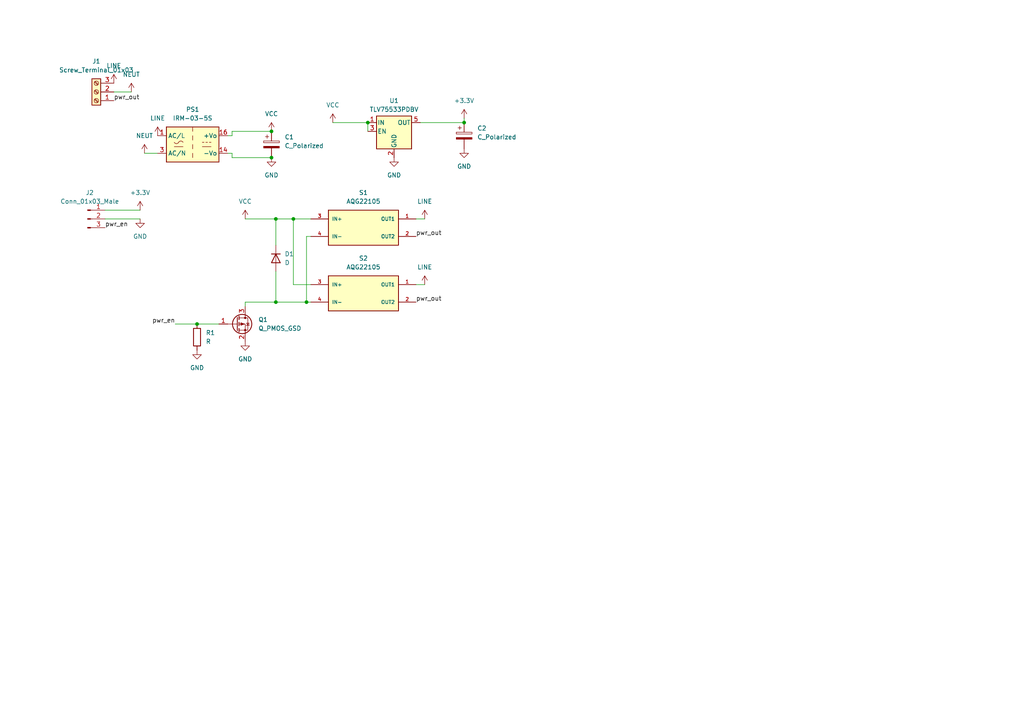
<source format=kicad_sch>
(kicad_sch (version 20231120) (generator "eeschema") (generator_version "8.0")
  (paper "A4")
  (lib_symbols
    (symbol "AQG22105:AQG22105" (pin_names (offset 1.016))
      (property "Reference" "S" (at -10.16 5.588 0))
      (property "Value" "AQG22105" (at -10.16 -7.62 0))
      (symbol "AQG22105_0_0"
        (rectangle (start -10.16 -5.08) (end 10.16 5.08) (stroke (width 0.254)) (fill (type background)))
        (pin output line (at 15.24 2.54 180) (length 5.08) (name "OUT1") (number "1"))
        (pin output line (at 15.24 -2.54 180) (length 5.08) (name "OUT2") (number "2"))
        (pin input line (at -15.24 2.54 0) (length 5.08) (name "IN+") (number "3"))
        (pin input line (at -15.24 -2.54 0) (length 5.08) (name "IN-") (number "4"))
      )
    )
    (symbol "Connector:Conn_01x03_Male" (pin_names (offset 1.016) hide)
      (property "Reference" "J" (at 0 5.08 0))
      (property "Value" "Conn_01x03_Male" (at 0 -5.08 0))
      (symbol "Conn_01x03_Male_1_1"
        (polyline (pts (xy 1.27 -2.54) (xy 0.8636 -2.54)) (stroke (width 0.1524)))
        (polyline (pts (xy 1.27 0) (xy 0.8636 0)) (stroke (width 0.1524)))
        (polyline (pts (xy 1.27 2.54) (xy 0.8636 2.54)) (stroke (width 0.1524)))
        (rectangle (start 0.8636 -2.413) (end 0 -2.667) (stroke (width 0.1524)) (fill (type outline)))
        (rectangle (start 0.8636 0.127) (end 0 -0.127) (stroke (width 0.1524)) (fill (type outline)))
        (rectangle (start 0.8636 2.667) (end 0 2.413) (stroke (width 0.1524)) (fill (type outline)))
        (pin passive line (at 5.08 2.54 180) (length 3.81) (name "Pin_1") (number "1"))
        (pin passive line (at 5.08 0 180) (length 3.81) (name "Pin_2") (number "2"))
        (pin passive line (at 5.08 -2.54 180) (length 3.81) (name "Pin_3") (number "3"))
      )
    )
    (symbol "Connector:Screw_Terminal_01x03" (pin_names (offset 1.016) hide)
      (property "Reference" "J" (at 0 5.08 0))
      (property "Value" "Screw_Terminal_01x03" (at 0 -5.08 0))
      (symbol "Screw_Terminal_01x03_1_1"
        (rectangle (start -1.27 3.81) (end 1.27 -3.81) (stroke (width 0.254)) (fill (type background)))
        (circle (center 0 -2.54) (radius 0.635) (stroke (width 0.1524)))
        (polyline (pts (xy -0.5334 -2.2098) (xy 0.3302 -3.048)) (stroke (width 0.1524)))
        (polyline (pts (xy -0.5334 0.3302) (xy 0.3302 -0.508)) (stroke (width 0.1524)))
        (polyline (pts (xy -0.5334 2.8702) (xy 0.3302 2.032)) (stroke (width 0.1524)))
        (polyline (pts (xy -0.3556 -2.032) (xy 0.508 -2.8702)) (stroke (width 0.1524)))
        (polyline (pts (xy -0.3556 0.508) (xy 0.508 -0.3302)) (stroke (width 0.1524)))
        (polyline (pts (xy -0.3556 3.048) (xy 0.508 2.2098)) (stroke (width 0.1524)))
        (circle (center 0 0) (radius 0.635) (stroke (width 0.1524)))
        (circle (center 0 2.54) (radius 0.635) (stroke (width 0.1524)))
        (pin passive line (at -5.08 2.54 0) (length 3.81) (name "Pin_1") (number "1"))
        (pin passive line (at -5.08 0 0) (length 3.81) (name "Pin_2") (number "2"))
        (pin passive line (at -5.08 -2.54 0) (length 3.81) (name "Pin_3") (number "3"))
      )
    )
    (symbol "Converter_ACDC:IRM-03-3.3S"
      (property "Reference" "PS" (at 0 6.35 0))
      (property "Value" "IRM-03-3.3S" (at 0 -6.35 0))
      (symbol "IRM-03-3.3S_0_1"
        (rectangle (start -7.62 5.08) (end 7.62 -5.08) (stroke (width 0.254)) (fill (type background)))
        (arc (start -5.334 0.635) (mid -4.699 0.2495) (end -4.064 0.635))
        (arc (start -2.794 0.635) (mid -3.429 1.0072) (end -4.064 0.635))
        (polyline (pts (xy -5.334 -0.635) (xy -2.794 -0.635)))
        (polyline (pts (xy 0 -2.54) (xy 0 -3.81)))
        (polyline (pts (xy 0 0) (xy 0 -1.27)))
        (polyline (pts (xy 0 2.54) (xy 0 1.27)))
        (polyline (pts (xy 0 5.08) (xy 0 3.81)))
        (polyline (pts (xy 2.794 -0.635) (xy 5.334 -0.635)))
        (polyline (pts (xy 2.794 0.635) (xy 3.302 0.635)))
        (polyline (pts (xy 3.81 0.635) (xy 4.318 0.635)))
        (polyline (pts (xy 4.826 0.635) (xy 5.334 0.635)))
      )
      (symbol "IRM-03-3.3S_1_1"
        (pin power_in line (at -10.16 2.54 0) (length 2.54) (name "AC/L") (number "1"))
        (pin power_out line (at 10.16 -2.54 180) (length 2.54) (name "-Vo") (number "14"))
        (pin power_out line (at 10.16 2.54 180) (length 2.54) (name "+Vo") (number "16"))
        (pin power_in line (at -10.16 -2.54 0) (length 2.54) (name "AC/N") (number "3"))
      )
    )
    (symbol "Device:C_Polarized" (pin_numbers hide) (pin_names (offset 0.254))
      (property "Reference" "C" (at 0.635 2.54 0))
      (property "Value" "C_Polarized" (at 0.635 -2.54 0))
      (symbol "C_Polarized_0_1"
        (rectangle (start -2.286 0.508) (end 2.286 1.016))
        (polyline (pts (xy -1.778 2.286) (xy -0.762 2.286)))
        (polyline (pts (xy -1.27 2.794) (xy -1.27 1.778)))
        (rectangle (start 2.286 -0.508) (end -2.286 -1.016) (fill (type outline)))
      )
      (symbol "C_Polarized_1_1"
        (pin passive line (at 0 3.81 270) (length 2.794) (name "~") (number "1"))
        (pin passive line (at 0 -3.81 90) (length 2.794) (name "~") (number "2"))
      )
    )
    (symbol "Device:D" (pin_numbers hide) (pin_names (offset 1.016) hide)
      (property "Reference" "D" (at 0 2.54 0))
      (property "Value" "D" (at 0 -2.54 0))
      (symbol "D_0_1"
        (polyline (pts (xy -1.27 1.27) (xy -1.27 -1.27)) (stroke (width 0.254)))
        (polyline (pts (xy 1.27 0) (xy -1.27 0)))
        (polyline (pts (xy 1.27 1.27) (xy 1.27 -1.27) (xy -1.27 0) (xy 1.27 1.27)) (stroke (width 0.254)))
      )
      (symbol "D_1_1"
        (pin passive line (at -3.81 0 0) (length 2.54) (name "K") (number "1"))
        (pin passive line (at 3.81 0 180) (length 2.54) (name "A") (number "2"))
      )
    )
    (symbol "Device:Q_PMOS_GSD" (pin_names (offset 0) hide)
      (property "Reference" "Q" (at 5.08 1.27 0))
      (property "Value" "Q_PMOS_GSD" (at 5.08 -1.27 0))
      (symbol "Q_PMOS_GSD_0_1"
        (polyline (pts (xy 0.254 0) (xy -2.54 0)))
        (polyline (pts (xy 0.254 1.905) (xy 0.254 -1.905)) (stroke (width 0.254)))
        (polyline (pts (xy 0.762 -1.27) (xy 0.762 -2.286)) (stroke (width 0.254)))
        (polyline (pts (xy 0.762 0.508) (xy 0.762 -0.508)) (stroke (width 0.254)))
        (polyline (pts (xy 0.762 2.286) (xy 0.762 1.27)) (stroke (width 0.254)))
        (polyline (pts (xy 2.54 2.54) (xy 2.54 1.778)))
        (polyline (pts (xy 2.54 -2.54) (xy 2.54 0) (xy 0.762 0)))
        (polyline (pts (xy 0.762 1.778) (xy 3.302 1.778) (xy 3.302 -1.778) (xy 0.762 -1.778)))
        (polyline (pts (xy 2.286 0) (xy 1.27 0.381) (xy 1.27 -0.381) (xy 2.286 0)) (fill (type outline)))
        (polyline (pts (xy 2.794 -0.508) (xy 2.921 -0.381) (xy 3.683 -0.381) (xy 3.81 -0.254)))
        (polyline (pts (xy 3.302 -0.381) (xy 2.921 0.254) (xy 3.683 0.254) (xy 3.302 -0.381)))
        (circle (center 1.651 0) (radius 2.794) (stroke (width 0.254)))
        (circle (center 2.54 -1.778) (radius 0.254) (fill (type outline)))
        (circle (center 2.54 1.778) (radius 0.254) (fill (type outline)))
      )
      (symbol "Q_PMOS_GSD_1_1"
        (pin input line (at -5.08 0 0) (length 2.54) (name "G") (number "1"))
        (pin passive line (at 2.54 -5.08 90) (length 2.54) (name "S") (number "2"))
        (pin passive line (at 2.54 5.08 270) (length 2.54) (name "D") (number "3"))
      )
    )
    (symbol "Device:R" (pin_numbers hide) (pin_names (offset 0))
      (property "Reference" "R" (at 2.032 0 90))
      (property "Value" "R" (at 0 0 90))
      (symbol "R_0_1"
        (rectangle (start -1.016 -2.54) (end 1.016 2.54) (stroke (width 0.254)))
      )
      (symbol "R_1_1"
        (pin passive line (at 0 3.81 270) (length 1.27) (name "~") (number "1"))
        (pin passive line (at 0 -3.81 90) (length 1.27) (name "~") (number "2"))
      )
    )
    (symbol "Regulator_Linear:TLV75533PDBV" (pin_names (offset 0.254))
      (property "Reference" "U" (at -3.81 5.715 0))
      (property "Value" "TLV75533PDBV" (at 0 5.715 0))
      (symbol "TLV75533PDBV_0_1"
        (rectangle (start -5.08 4.445) (end 5.08 -5.08) (stroke (width 0.254)) (fill (type background)))
      )
      (symbol "TLV75533PDBV_1_1"
        (pin power_in line (at -7.62 2.54 0) (length 2.54) (name "IN") (number "1"))
        (pin power_in line (at 0 -7.62 90) (length 2.54) (name "GND") (number "2"))
        (pin input line (at -7.62 0 0) (length 2.54) (name "EN") (number "3"))
        (pin no_connect line (at 5.08 0 180) (length 2.54) hide (name "NC") (number "4"))
        (pin power_out line (at 7.62 2.54 180) (length 2.54) (name "OUT") (number "5"))
      )
    )
    (symbol "power:+3.3V" (power) (pin_numbers hide) (pin_names (offset 0) hide)
      (property "Value" "+3.3V" (at 0 3.556 0))
      (symbol "+3.3V_0_1"
        (polyline (pts (xy -0.762 1.27) (xy 0 2.54)))
        (polyline (pts (xy 0 0) (xy 0 2.54)))
        (polyline (pts (xy 0 2.54) (xy 0.762 1.27)))
      )
      (symbol "+3.3V_1_1"
        (pin power_in line (at 0 0 90) (length 0) (name "~") (number "1"))
      )
    )
    (symbol "power:GND" (power) (pin_names (offset 0))
      (property "Value" "GND" (at 0 -3.81 0))
      (symbol "GND_0_1"
        (polyline (pts (xy 0 0) (xy 0 -1.27) (xy 1.27 -1.27) (xy 0 -2.54) (xy -1.27 -1.27) (xy 0 -1.27)))
      )
      (symbol "GND_1_1"
        (pin power_in line (at 0 0 270) (length 0) hide (name "GND") (number "1"))
      )
    )
    (symbol "power:LINE" (power) (pin_names (offset 0))
      (property "Value" "LINE" (at 0 3.81 0))
      (symbol "LINE_0_1"
        (polyline (pts (xy -0.762 1.27) (xy 0 2.54)))
        (polyline (pts (xy 0 0) (xy 0 2.54)))
        (polyline (pts (xy 0 2.54) (xy 0.762 1.27)))
      )
      (symbol "LINE_1_1"
        (pin power_in line (at 0 0 90) (length 0) hide (name "LINE") (number "1"))
      )
    )
    (symbol "power:NEUT" (power) (pin_names (offset 0))
      (property "Value" "NEUT" (at 0 3.81 0))
      (symbol "NEUT_0_1"
        (polyline (pts (xy -0.762 1.27) (xy 0 2.54)))
        (polyline (pts (xy 0 0) (xy 0 2.54)))
        (polyline (pts (xy 0 2.54) (xy 0.762 1.27)))
      )
      (symbol "NEUT_1_1"
        (pin power_in line (at 0 0 90) (length 0) hide (name "NEUT") (number "1"))
      )
    )
    (symbol "power:VCC" (power) (pin_names (offset 0))
      (property "Value" "VCC" (at 0 3.81 0))
      (symbol "VCC_0_1"
        (polyline (pts (xy -0.762 1.27) (xy 0 2.54)))
        (polyline (pts (xy 0 0) (xy 0 2.54)))
        (polyline (pts (xy 0 2.54) (xy 0.762 1.27)))
      )
      (symbol "VCC_1_1"
        (pin power_in line (at 0 0 90) (length 0) hide (name "VCC") (number "1"))
      )
    )
  )
  (junction (at 78.74 45.72))
  (junction (at 106.68 35.56))
  (junction (at 80.01 63.5))
  (junction (at 78.74 38.1))
  (junction (at 88.9 87.63))
  (junction (at 85.09 63.5))
  (junction (at 57.15 93.98))
  (junction (at 80.01 87.63))
  (junction (at 134.62 35.56))
  (wire (pts (xy 85.09 63.5) (xy 90.17 63.5)))
  (wire (pts (xy 71.12 88.9) (xy 71.12 87.63)))
  (wire (pts (xy 67.31 38.1) (xy 78.74 38.1)))
  (wire (pts (xy 85.09 82.55) (xy 85.09 63.5)))
  (wire (pts (xy 80.01 78.74) (xy 80.01 87.63)))
  (wire (pts (xy 96.52 35.56) (xy 106.68 35.56)))
  (wire (pts (xy 67.31 39.37) (xy 67.31 38.1)))
  (wire (pts (xy 120.65 63.5) (xy 123.19 63.5)))
  (wire (pts (xy 80.01 87.63) (xy 88.9 87.63)))
  (wire (pts (xy 134.62 35.56) (xy 134.62 34.29)))
  (wire (pts (xy 71.12 63.5) (xy 80.01 63.5)))
  (wire (pts (xy 88.9 68.58) (xy 88.9 87.63)))
  (wire (pts (xy 120.65 82.55) (xy 123.19 82.55)))
  (wire (pts (xy 30.48 60.96) (xy 40.64 60.96)))
  (wire (pts (xy 71.12 87.63) (xy 80.01 87.63)))
  (wire (pts (xy 57.15 93.98) (xy 63.5 93.98)))
  (wire (pts (xy 80.01 63.5) (xy 85.09 63.5)))
  (wire (pts (xy 50.8 93.98) (xy 57.15 93.98)))
  (wire (pts (xy 66.04 44.45) (xy 67.31 44.45)))
  (wire (pts (xy 90.17 68.58) (xy 88.9 68.58)))
  (wire (pts (xy 85.09 82.55) (xy 90.17 82.55)))
  (wire (pts (xy 66.04 39.37) (xy 67.31 39.37)))
  (wire (pts (xy 67.31 44.45) (xy 67.31 45.72)))
  (wire (pts (xy 30.48 63.5) (xy 40.64 63.5)))
  (wire (pts (xy 121.92 35.56) (xy 134.62 35.56)))
  (wire (pts (xy 67.31 45.72) (xy 78.74 45.72)))
  (wire (pts (xy 33.02 26.67) (xy 38.1 26.67)))
  (wire (pts (xy 88.9 87.63) (xy 90.17 87.63)))
  (wire (pts (xy 41.91 44.45) (xy 45.72 44.45)))
  (wire (pts (xy 80.01 63.5) (xy 80.01 71.12)))
  (wire (pts (xy 106.68 35.56) (xy 106.68 38.1)))
  (label "pwr_out" (at 120.65 87.63 0))
  (label "pwr_out" (at 33.02 29.21 0))
  (label "pwr_en" (at 30.48 66.04 0))
  (label "pwr_en" (at 50.8 93.98 180))
  (label "pwr_out" (at 120.65 68.58 0))
  (symbol (lib_id "AQG22105:AQG22105") (at 105.41 66.04 0) (unit 1)
    (property "Reference" "S1" (at 105.41 55.88 0))
    (property "Value" "AQG22105" (at 105.41 58.42 0))
    (property "Footprint" "pwr_sply:RELAY_AQG22105" (effects (hide yes)))
    (property "MF" "Panasonic Electric Works" (effects (hide yes)))
    (property "SNAPEDA_PACKAGE_ID" "101115" (effects (hide yes)))
    (property "Package" "SIP-4 Panasonic Electric Works" (effects (hide yes)))
    (property "Price" "None" (effects (hide yes)))
    (property "Check_prices" "https://www.snapeda.com/parts/AQG22105/Panasonic/view-part/?ref=eda" (effects (hide yes)))
    (property "STANDARD" "IPC 7351B" (effects (hide yes)))
    (property "PARTREV" "2022.4" (effects (hide yes)))
    (property "SnapEDA_Link" "https://www.snapeda.com/parts/AQG22105/Panasonic/view-part/?ref=snap" (effects (hide yes)))
    (property "MP" "AQG22105" (effects (hide yes)))
    (property "Purchase-URL" "https://www.snapeda.com/api/url_track_click_mouser/?unipart_id=7551021&manufacturer=Panasonic Electric Works&part_name=AQG22105&search_term=None" (effects (hide yes)))
    (property "Description" "\nSSR 2A 264VAC 5VDC-IN ZERO-CROSS | Panasonic Electronic Components AQG22105\n" (effects (hide yes)))
    (property "MANUFACTURER" "Panasonic" (effects (hide yes)))
    (property "Availability" "In Stock" (effects (hide yes)))
    (property "MAXIMUM_PACKAGE_HEIGHT" "20.5 mm" (effects (hide yes)))
  )
  (symbol (lib_id "Connector:Screw_Terminal_01x03") (at 27.94 26.67 180) (unit 1)
    (property "Reference" "J1" (at 27.94 17.78 0))
    (property "Value" "Screw_Terminal_01x03" (at 27.94 20.32 0))
    (property "Footprint" "TerminalBlock_MetzConnect:TerminalBlock_MetzConnect_Type171_RT13703HBWC_1x03_P7.50mm_Horizontal" (effects (hide yes)))
  )
  (symbol (lib_id "Device:D") (at 80.01 74.93 270) (unit 1)
    (property "Reference" "D1" (at 82.55 73.6599 90) (effects (justify left)))
    (property "Value" "D" (at 82.55 76.1999 90) (effects (justify left)))
    (property "Footprint" "Diode_SMD:D_SOD-123" (effects (hide yes)))
  )
  (symbol (lib_id "power:GND") (at 57.15 101.6 0) (unit 1)
    (property "Reference" "#PWR07" (effects (hide yes)))
    (property "Value" "GND" (at 57.15 106.68 0))
  )
  (symbol (lib_id "power:VCC") (at 96.52 35.56 0) (unit 1)
    (property "Reference" "#PWR013" (effects (hide yes)))
    (property "Value" "VCC" (at 96.52 30.48 0))
  )
  (symbol (lib_id "power:VCC") (at 71.12 63.5 0) (unit 1)
    (property "Reference" "#PWR08" (effects (hide yes)))
    (property "Value" "VCC" (at 71.12 58.42 0))
  )
  (symbol (lib_id "power:LINE") (at 123.19 82.55 0) (unit 1)
    (property "Reference" "#PWR0102" (effects (hide yes)))
    (property "Value" "LINE" (at 123.19 77.47 0))
  )
  (symbol (lib_id "power:+3.3V") (at 134.62 34.29 0) (unit 1)
    (property "Reference" "#PWR012" (effects (hide yes)))
    (property "Value" "+3.3V" (at 134.62 29.21 0))
    (property "Description" "Power symbol creates a global label with name \"+3.3V\"" (effects (hide yes)))
  )
  (symbol (lib_id "power:GND") (at 114.3 45.72 0) (unit 1)
    (property "Reference" "#PWR014" (effects (hide yes)))
    (property "Value" "GND" (at 114.3 50.8 0))
  )
  (symbol (lib_id "power:LINE") (at 123.19 63.5 0) (unit 1)
    (property "Reference" "#PWR0101" (effects (hide yes)))
    (property "Value" "LINE" (at 123.19 58.42 0))
  )
  (symbol (lib_id "Connector:Conn_01x03_Male") (at 25.4 63.5 0) (unit 1)
    (property "Reference" "J2" (at 26.035 55.88 0))
    (property "Value" "Conn_01x03_Male" (at 26.035 58.42 0))
    (property "Footprint" "Connector_JST:JST_PH_B3B-PH-K_1x03_P2.00mm_Vertical" (effects (hide yes)))
  )
  (symbol (lib_id "Device:C_Polarized") (at 78.74 41.91 0) (unit 1)
    (property "Reference" "C1" (at 82.55 39.7509 0) (effects (justify left)))
    (property "Value" "C_Polarized" (at 82.55 42.2909 0) (effects (justify left)))
    (property "Footprint" "Capacitor_Tantalum_SMD:CP_EIA-3216-18_Kemet-A_Pad1.58x1.35mm_HandSolder" (effects (hide yes)))
  )
  (symbol (lib_id "power:GND") (at 40.64 63.5 0) (unit 1)
    (property "Reference" "#PWR04" (effects (hide yes)))
    (property "Value" "GND" (at 40.64 68.58 0))
  )
  (symbol (lib_id "power:GND") (at 71.12 99.06 0) (unit 1)
    (property "Reference" "#PWR09" (effects (hide yes)))
    (property "Value" "GND" (at 71.12 104.14 0))
  )
  (symbol (lib_id "power:LINE") (at 33.02 24.13 0) (unit 1)
    (property "Reference" "#PWR01" (effects (hide yes)))
    (property "Value" "LINE" (at 33.02 19.05 0))
  )
  (symbol (lib_id "Device:C_Polarized") (at 134.62 39.37 0) (unit 1)
    (property "Reference" "C2" (at 138.43 37.2109 0) (effects (justify left)))
    (property "Value" "C_Polarized" (at 138.43 39.7509 0) (effects (justify left)))
    (property "Footprint" "Capacitor_Tantalum_SMD:CP_EIA-3216-18_Kemet-A_Pad1.58x1.35mm_HandSolder" (effects (hide yes)))
  )
  (symbol (lib_id "power:GND") (at 78.74 45.72 0) (unit 1)
    (property "Reference" "#PWR011" (effects (hide yes)))
    (property "Value" "GND" (at 78.74 50.8 0))
  )
  (symbol (lib_id "power:+3.3V") (at 40.64 60.96 0) (unit 1)
    (property "Reference" "#PWR03" (effects (hide yes)))
    (property "Value" "+3.3V" (at 40.64 55.88 0))
    (property "Description" "Power symbol creates a global label with name \"+3.3V\"" (effects (hide yes)))
  )
  (symbol (lib_id "Converter_ACDC:IRM-03-3.3S") (at 55.88 41.91 0) (unit 1)
    (property "Reference" "PS1" (at 55.88 31.75 0))
    (property "Value" "IRM-03-5S" (at 55.88 34.29 0))
    (property "Footprint" "Converter_ACDC:Converter_ACDC_MeanWell_IRM-03-xx_SMD" (effects (hide yes)))
    (property "Datasheet" "https://www.meanwell.com/Upload/PDF/IRM-03/IRM-03-SPEC.PDF" (effects (hide yes)))
  )
  (symbol (lib_id "power:NEUT") (at 41.91 44.45 0) (unit 1)
    (property "Reference" "#PWR05" (effects (hide yes)))
    (property "Value" "NEUT" (at 41.91 39.37 0))
  )
  (symbol (lib_id "AQG22105:AQG22105") (at 105.41 85.09 0) (unit 1)
    (property "Reference" "S2" (at 105.41 74.93 0))
    (property "Value" "AQG22105" (at 105.41 77.47 0))
    (property "Footprint" "pwr_sply:RELAY_AQG22105" (effects (hide yes)))
    (property "MF" "Panasonic Electric Works" (effects (hide yes)))
    (property "SNAPEDA_PACKAGE_ID" "101115" (effects (hide yes)))
    (property "Package" "SIP-4 Panasonic Electric Works" (effects (hide yes)))
    (property "Price" "None" (effects (hide yes)))
    (property "Check_prices" "https://www.snapeda.com/parts/AQG22105/Panasonic/view-part/?ref=eda" (effects (hide yes)))
    (property "STANDARD" "IPC 7351B" (effects (hide yes)))
    (property "PARTREV" "2022.4" (effects (hide yes)))
    (property "SnapEDA_Link" "https://www.snapeda.com/parts/AQG22105/Panasonic/view-part/?ref=snap" (effects (hide yes)))
    (property "MP" "AQG22105" (effects (hide yes)))
    (property "Purchase-URL" "https://www.snapeda.com/api/url_track_click_mouser/?unipart_id=7551021&manufacturer=Panasonic Electric Works&part_name=AQG22105&search_term=None" (effects (hide yes)))
    (property "Description" "\nSSR 2A 264VAC 5VDC-IN ZERO-CROSS | Panasonic Electronic Components AQG22105\n" (effects (hide yes)))
    (property "MANUFACTURER" "Panasonic" (effects (hide yes)))
    (property "Availability" "In Stock" (effects (hide yes)))
    (property "MAXIMUM_PACKAGE_HEIGHT" "20.5 mm" (effects (hide yes)))
  )
  (symbol (lib_id "power:LINE") (at 45.72 39.37 0) (unit 1)
    (property "Reference" "#PWR06" (effects (hide yes)))
    (property "Value" "LINE" (at 45.72 34.29 0))
  )
  (symbol (lib_id "power:GND") (at 134.62 43.18 0) (unit 1)
    (property "Reference" "#PWR015" (effects (hide yes)))
    (property "Value" "GND" (at 134.62 48.26 0))
  )
  (symbol (lib_id "Device:R") (at 57.15 97.79 0) (unit 1)
    (property "Reference" "R1" (at 59.69 96.5199 0) (effects (justify left)))
    (property "Value" "R" (at 59.69 99.0599 0) (effects (justify left)))
    (property "Footprint" "Resistor_SMD:R_0603_1608Metric_Pad0.98x0.95mm_HandSolder" (effects (hide yes)))
  )
  (symbol (lib_id "Device:Q_PMOS_GSD") (at 68.58 93.98 0) (unit 1)
    (property "Reference" "Q1" (at 74.93 92.7099 0) (effects (justify left)))
    (property "Value" "Q_PMOS_GSD" (at 74.93 95.2499 0) (effects (justify left)))
    (property "Footprint" "Package_TO_SOT_SMD:SOT-23" (effects (hide yes)))
  )
  (symbol (lib_id "power:VCC") (at 78.74 38.1 0) (unit 1)
    (property "Reference" "#PWR010" (effects (hide yes)))
    (property "Value" "VCC" (at 78.74 33.02 0))
  )
  (symbol (lib_id "power:NEUT") (at 38.1 26.67 0) (unit 1)
    (property "Reference" "#PWR02" (effects (hide yes)))
    (property "Value" "NEUT" (at 38.1 21.59 0))
  )
  (symbol (lib_id "Regulator_Linear:TLV75533PDBV") (at 114.3 38.1 0) (unit 1)
    (property "Reference" "U1" (at 114.3 29.21 0))
    (property "Value" "TLV75533PDBV" (at 114.3 31.75 0))
    (property "Footprint" "Package_TO_SOT_SMD:SOT-23-5" (effects (hide yes)))
    (property "Datasheet" "http://www.ti.com/lit/ds/symlink/tlv755p.pdf" (effects (hide yes)))
    (property "Description" "500mA Low Dropout Voltage Regulator, Fixed Output 3.3V, SOT-23-5" (effects (hide yes)))
  )
)
</source>
